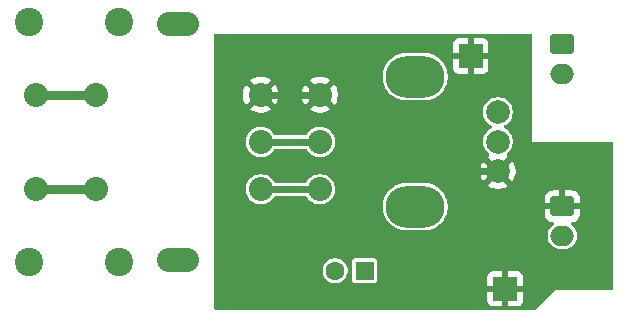
<source format=gbr>
%TF.GenerationSoftware,KiCad,Pcbnew,9.0.6*%
%TF.CreationDate,2026-01-11T11:57:00+09:00*%
%TF.ProjectId,Hi-Lo_converter,48692d4c-6f5f-4636-9f6e-766572746572,rev?*%
%TF.SameCoordinates,Original*%
%TF.FileFunction,Copper,L2,Bot*%
%TF.FilePolarity,Positive*%
%FSLAX46Y46*%
G04 Gerber Fmt 4.6, Leading zero omitted, Abs format (unit mm)*
G04 Created by KiCad (PCBNEW 9.0.6) date 2026-01-11 11:57:00*
%MOMM*%
%LPD*%
G01*
G04 APERTURE LIST*
G04 Aperture macros list*
%AMRoundRect*
0 Rectangle with rounded corners*
0 $1 Rounding radius*
0 $2 $3 $4 $5 $6 $7 $8 $9 X,Y pos of 4 corners*
0 Add a 4 corners polygon primitive as box body*
4,1,4,$2,$3,$4,$5,$6,$7,$8,$9,$2,$3,0*
0 Add four circle primitives for the rounded corners*
1,1,$1+$1,$2,$3*
1,1,$1+$1,$4,$5*
1,1,$1+$1,$6,$7*
1,1,$1+$1,$8,$9*
0 Add four rect primitives between the rounded corners*
20,1,$1+$1,$2,$3,$4,$5,0*
20,1,$1+$1,$4,$5,$6,$7,0*
20,1,$1+$1,$6,$7,$8,$9,0*
20,1,$1+$1,$8,$9,$2,$3,0*%
G04 Aperture macros list end*
%TA.AperFunction,ComponentPad*%
%ADD10R,2.000000X2.000000*%
%TD*%
%TA.AperFunction,ComponentPad*%
%ADD11O,3.556000X2.032000*%
%TD*%
%TA.AperFunction,ComponentPad*%
%ADD12C,2.032000*%
%TD*%
%TA.AperFunction,ComponentPad*%
%ADD13O,5.000000X3.500000*%
%TD*%
%TA.AperFunction,ComponentPad*%
%ADD14C,2.000000*%
%TD*%
%TA.AperFunction,ComponentPad*%
%ADD15C,2.400000*%
%TD*%
%TA.AperFunction,ComponentPad*%
%ADD16RoundRect,0.250000X-0.750000X0.600000X-0.750000X-0.600000X0.750000X-0.600000X0.750000X0.600000X0*%
%TD*%
%TA.AperFunction,ComponentPad*%
%ADD17O,2.000000X1.700000*%
%TD*%
%TA.AperFunction,ComponentPad*%
%ADD18R,1.600000X1.600000*%
%TD*%
%TA.AperFunction,ComponentPad*%
%ADD19C,1.600000*%
%TD*%
%TA.AperFunction,ViaPad*%
%ADD20C,0.800000*%
%TD*%
%TA.AperFunction,Conductor*%
%ADD21C,0.800000*%
%TD*%
%TA.AperFunction,Conductor*%
%ADD22C,0.600000*%
%TD*%
G04 APERTURE END LIST*
D10*
%TO.P,REF\u002A\u002A,1*%
%TO.N,Net-(J2-Pin_1)*%
X209296000Y-53086000D03*
%TD*%
D11*
%TO.P,TR1,*%
%TO.N,*%
X181610000Y-30673000D03*
X181610000Y-50673000D03*
D12*
%TO.P,TR1,1,AA*%
%TO.N,Net-(TR1-AA)*%
X169610000Y-44673000D03*
X174610000Y-44673000D03*
%TO.P,TR1,2,AB*%
%TO.N,Net-(J1-Pin_1)*%
X169610000Y-36673000D03*
X174610000Y-36673000D03*
%TO.P,TR1,3,SA*%
%TO.N,Net-(J2-Pin_1)*%
X188610000Y-36673000D03*
X193610000Y-36673000D03*
%TO.P,TR1,4,SC*%
%TO.N,Net-(TR1-SC)*%
X188610000Y-40673000D03*
X193610000Y-40673000D03*
%TO.P,TR1,5,SB*%
%TO.N,unconnected-(TR1-SB-Pad5)*%
X188610000Y-44673000D03*
X193610000Y-44673000D03*
%TD*%
D13*
%TO.P,RV1,*%
%TO.N,*%
X201676000Y-46140000D03*
X201676000Y-35140000D03*
D14*
%TO.P,RV1,1,1*%
%TO.N,Net-(J2-Pin_1)*%
X208676000Y-43140000D03*
%TO.P,RV1,2,2*%
%TO.N,Net-(C1-Pad2)*%
X208676000Y-40640000D03*
%TO.P,RV1,3,3*%
%TO.N,Net-(TR1-SC)*%
X208676000Y-38140000D03*
%TD*%
D15*
%TO.P,R2,1*%
%TO.N,Net-(J1-Pin_1)*%
X169000000Y-50800000D03*
%TO.P,R2,2*%
%TO.N,Net-(TR1-AA)*%
X176620000Y-50800000D03*
%TD*%
D16*
%TO.P,J2,1,Pin_1*%
%TO.N,Net-(J2-Pin_1)*%
X214139000Y-46121000D03*
D17*
%TO.P,J2,2,Pin_2*%
%TO.N,Net-(J2-Pin_2)*%
X214139000Y-48621000D03*
%TD*%
D10*
%TO.P,REF\u002A\u002A,1*%
%TO.N,Net-(J2-Pin_1)*%
X206375000Y-33401000D03*
%TD*%
D15*
%TO.P,R1,1*%
%TO.N,Net-(TR1-AA)*%
X169000000Y-30480000D03*
%TO.P,R1,2*%
%TO.N,Net-(J1-Pin_2)*%
X176620000Y-30480000D03*
%TD*%
D16*
%TO.P,J1,1,Pin_1*%
%TO.N,Net-(J1-Pin_1)*%
X214139000Y-32405000D03*
D17*
%TO.P,J1,2,Pin_2*%
%TO.N,Net-(J1-Pin_2)*%
X214139000Y-34905000D03*
%TD*%
D18*
%TO.P,C1,1*%
%TO.N,Net-(J2-Pin_2)*%
X197397380Y-51562000D03*
D19*
%TO.P,C1,2*%
%TO.N,Net-(C1-Pad2)*%
X194897380Y-51562000D03*
%TD*%
D20*
%TO.N,Net-(J2-Pin_1)*%
X185420000Y-48260000D03*
X215900000Y-43180000D03*
X195580000Y-33020000D03*
X185420000Y-33020000D03*
X185420000Y-53340000D03*
X195580000Y-53340000D03*
X185420000Y-43180000D03*
X190500000Y-53340000D03*
X215900000Y-48260000D03*
X210820000Y-38100000D03*
X205740000Y-53340000D03*
X200660000Y-53340000D03*
X210820000Y-33020000D03*
X210820000Y-43180000D03*
X185420000Y-38100000D03*
X190500000Y-33020000D03*
%TD*%
D21*
%TO.N,Net-(J1-Pin_1)*%
X169610000Y-36673000D02*
X174610000Y-36673000D01*
D22*
%TO.N,Net-(J2-Pin_1)*%
X188610000Y-36673000D02*
X193610000Y-36673000D01*
X200077000Y-43140000D02*
X193610000Y-36673000D01*
X208676000Y-43140000D02*
X200077000Y-43140000D01*
%TO.N,Net-(TR1-SC)*%
X188610000Y-40673000D02*
X193610000Y-40673000D01*
%TO.N,unconnected-(TR1-SB-Pad5)*%
X188610000Y-44673000D02*
X193610000Y-44673000D01*
D21*
%TO.N,Net-(TR1-AA)*%
X169610000Y-44673000D02*
X174610000Y-44673000D01*
%TD*%
%TA.AperFunction,Conductor*%
%TO.N,Net-(J2-Pin_1)*%
G36*
X211522743Y-31516478D02*
G01*
X211570343Y-31571411D01*
X211582000Y-31625000D01*
X211582000Y-40640000D01*
X218311000Y-40640000D01*
X218380743Y-40660478D01*
X218428343Y-40715411D01*
X218440000Y-40769000D01*
X218440000Y-53092000D01*
X218419522Y-53161743D01*
X218364589Y-53209343D01*
X218311000Y-53221000D01*
X213614000Y-53221000D01*
X212136843Y-54586000D01*
X211873072Y-54829743D01*
X211807952Y-54862035D01*
X211785523Y-54864000D01*
X210566000Y-54864000D01*
X184787000Y-54864000D01*
X184717257Y-54843522D01*
X184669657Y-54788589D01*
X184658000Y-54735000D01*
X184658000Y-51457547D01*
X193836880Y-51457547D01*
X193836880Y-51666452D01*
X193849284Y-51728812D01*
X193877635Y-51871336D01*
X193957577Y-52064335D01*
X194073636Y-52238029D01*
X194221351Y-52385744D01*
X194395045Y-52501803D01*
X194588044Y-52581745D01*
X194669998Y-52598047D01*
X194792927Y-52622500D01*
X194792930Y-52622500D01*
X195001833Y-52622500D01*
X195104273Y-52602122D01*
X195206716Y-52581745D01*
X195399715Y-52501803D01*
X195573409Y-52385744D01*
X195721124Y-52238029D01*
X195837183Y-52064335D01*
X195917125Y-51871336D01*
X195957880Y-51666450D01*
X195957880Y-51457550D01*
X195957880Y-51457547D01*
X195917125Y-51252666D01*
X195917125Y-51252664D01*
X195837183Y-51059665D01*
X195721124Y-50885971D01*
X195573409Y-50738256D01*
X195570550Y-50736346D01*
X195570546Y-50736343D01*
X196336880Y-50736343D01*
X196336880Y-52387656D01*
X196351993Y-52463639D01*
X196351994Y-52463640D01*
X196351994Y-52463641D01*
X196351995Y-52463642D01*
X196409570Y-52549810D01*
X196495738Y-52607385D01*
X196495739Y-52607385D01*
X196495740Y-52607386D01*
X196571723Y-52622500D01*
X196571726Y-52622500D01*
X198223037Y-52622500D01*
X198299019Y-52607386D01*
X198299019Y-52607385D01*
X198299022Y-52607385D01*
X198385190Y-52549810D01*
X198442765Y-52463642D01*
X198457880Y-52387654D01*
X198457880Y-52038174D01*
X207796000Y-52038174D01*
X207796000Y-52836000D01*
X208862988Y-52836000D01*
X208830075Y-52893007D01*
X208796000Y-53020174D01*
X208796000Y-53151826D01*
X208830075Y-53278993D01*
X208862988Y-53336000D01*
X207796000Y-53336000D01*
X207796000Y-54133825D01*
X207802402Y-54193377D01*
X207802404Y-54193383D01*
X207852646Y-54328086D01*
X207852648Y-54328090D01*
X207938810Y-54443187D01*
X207938812Y-54443189D01*
X208053909Y-54529351D01*
X208053913Y-54529353D01*
X208188616Y-54579595D01*
X208188622Y-54579597D01*
X208248174Y-54585999D01*
X208248175Y-54586000D01*
X209046000Y-54586000D01*
X209046000Y-53519012D01*
X209103007Y-53551925D01*
X209230174Y-53586000D01*
X209361826Y-53586000D01*
X209488993Y-53551925D01*
X209546000Y-53519012D01*
X209546000Y-54586000D01*
X210343825Y-54586000D01*
X210343825Y-54585999D01*
X210403377Y-54579597D01*
X210403383Y-54579595D01*
X210538086Y-54529353D01*
X210538090Y-54529351D01*
X210653187Y-54443189D01*
X210653189Y-54443187D01*
X210739351Y-54328090D01*
X210739353Y-54328086D01*
X210789595Y-54193383D01*
X210789597Y-54193377D01*
X210795999Y-54133825D01*
X210796000Y-54133824D01*
X210796000Y-53336000D01*
X209729012Y-53336000D01*
X209761925Y-53278993D01*
X209796000Y-53151826D01*
X209796000Y-53020174D01*
X209761925Y-52893007D01*
X209729012Y-52836000D01*
X210796000Y-52836000D01*
X210796000Y-52038175D01*
X210795999Y-52038174D01*
X210789597Y-51978622D01*
X210789595Y-51978616D01*
X210739353Y-51843913D01*
X210739351Y-51843909D01*
X210653189Y-51728812D01*
X210653187Y-51728810D01*
X210538090Y-51642648D01*
X210538086Y-51642646D01*
X210403383Y-51592404D01*
X210403377Y-51592402D01*
X210343825Y-51586000D01*
X209546000Y-51586000D01*
X209546000Y-52652988D01*
X209488993Y-52620075D01*
X209361826Y-52586000D01*
X209230174Y-52586000D01*
X209103007Y-52620075D01*
X209046000Y-52652988D01*
X209046000Y-51586000D01*
X208248174Y-51586000D01*
X208188622Y-51592402D01*
X208188616Y-51592404D01*
X208053913Y-51642646D01*
X208053909Y-51642648D01*
X207938812Y-51728810D01*
X207938810Y-51728812D01*
X207852648Y-51843909D01*
X207852646Y-51843913D01*
X207802404Y-51978616D01*
X207802402Y-51978622D01*
X207796000Y-52038174D01*
X198457880Y-52038174D01*
X198457880Y-50736346D01*
X198457880Y-50736343D01*
X198442766Y-50660360D01*
X198442765Y-50660359D01*
X198442765Y-50660358D01*
X198385190Y-50574190D01*
X198299022Y-50516615D01*
X198299021Y-50516614D01*
X198299020Y-50516614D01*
X198299019Y-50516613D01*
X198223037Y-50501500D01*
X198223034Y-50501500D01*
X196571726Y-50501500D01*
X196571723Y-50501500D01*
X196495740Y-50516613D01*
X196495739Y-50516614D01*
X196409570Y-50574190D01*
X196351994Y-50660359D01*
X196351993Y-50660360D01*
X196336880Y-50736343D01*
X195570546Y-50736343D01*
X195530132Y-50709339D01*
X195399715Y-50622197D01*
X195206716Y-50542255D01*
X195206714Y-50542254D01*
X195206713Y-50542254D01*
X195001833Y-50501500D01*
X195001830Y-50501500D01*
X194792930Y-50501500D01*
X194792927Y-50501500D01*
X194588046Y-50542254D01*
X194588044Y-50542255D01*
X194395045Y-50622197D01*
X194395044Y-50622198D01*
X194221351Y-50738255D01*
X194073635Y-50885971D01*
X193986493Y-51016388D01*
X193957577Y-51059665D01*
X193895745Y-51208941D01*
X193877634Y-51252666D01*
X193836880Y-51457547D01*
X184658000Y-51457547D01*
X184658000Y-46008219D01*
X198915500Y-46008219D01*
X198915500Y-46271780D01*
X198949898Y-46533058D01*
X198949902Y-46533080D01*
X199018113Y-46787646D01*
X199118969Y-47031133D01*
X199118970Y-47031134D01*
X199210312Y-47189343D01*
X199250743Y-47259371D01*
X199292138Y-47313317D01*
X199410419Y-47467464D01*
X199411183Y-47468459D01*
X199597541Y-47654817D01*
X199806629Y-47815257D01*
X199806638Y-47815262D01*
X200034865Y-47947029D01*
X200034866Y-47947030D01*
X200278354Y-48047886D01*
X200278352Y-48047886D01*
X200278358Y-48047887D01*
X200278359Y-48047888D01*
X200532929Y-48116100D01*
X200643542Y-48130662D01*
X200794219Y-48150500D01*
X200794225Y-48150500D01*
X202557780Y-48150500D01*
X202683343Y-48133968D01*
X202819071Y-48116100D01*
X203073641Y-48047888D01*
X203317129Y-47947032D01*
X203317131Y-47947030D01*
X203317133Y-47947030D01*
X203317134Y-47947029D01*
X203402817Y-47897560D01*
X203545371Y-47815257D01*
X203754459Y-47654817D01*
X203940817Y-47468459D01*
X204101257Y-47259371D01*
X204233032Y-47031129D01*
X204333888Y-46787641D01*
X204402100Y-46533071D01*
X204423437Y-46371000D01*
X204432689Y-46300728D01*
X204436500Y-46271780D01*
X204436500Y-46008219D01*
X204410929Y-45813993D01*
X204402100Y-45746929D01*
X204333888Y-45492359D01*
X204325048Y-45471018D01*
X212639000Y-45471018D01*
X212639000Y-45871000D01*
X213705988Y-45871000D01*
X213673075Y-45928007D01*
X213639000Y-46055174D01*
X213639000Y-46186826D01*
X213673075Y-46313993D01*
X213705988Y-46371000D01*
X212639001Y-46371000D01*
X212639001Y-46770980D01*
X212649494Y-46873694D01*
X212649495Y-46873703D01*
X212704640Y-47040117D01*
X212704642Y-47040120D01*
X212796682Y-47189343D01*
X212920656Y-47313317D01*
X213069879Y-47405357D01*
X213069882Y-47405359D01*
X213236302Y-47460505D01*
X213236299Y-47460505D01*
X213304417Y-47467464D01*
X213371717Y-47494924D01*
X213413488Y-47554410D01*
X213416467Y-47627036D01*
X213379709Y-47689744D01*
X213367132Y-47700159D01*
X213265557Y-47773958D01*
X213141955Y-47897560D01*
X213039215Y-48038970D01*
X212959858Y-48194717D01*
X212959857Y-48194719D01*
X212905845Y-48360950D01*
X212905844Y-48360951D01*
X212878500Y-48533598D01*
X212878500Y-48708401D01*
X212905844Y-48881048D01*
X212905845Y-48881049D01*
X212959857Y-49047280D01*
X212959858Y-49047282D01*
X213039215Y-49203029D01*
X213141955Y-49344439D01*
X213265560Y-49468044D01*
X213406970Y-49570784D01*
X213406969Y-49570784D01*
X213406971Y-49570785D01*
X213562716Y-49650141D01*
X213562718Y-49650141D01*
X213562719Y-49650142D01*
X213728950Y-49704154D01*
X213728951Y-49704155D01*
X213728956Y-49704155D01*
X213728957Y-49704156D01*
X213901602Y-49731500D01*
X213901604Y-49731500D01*
X214376396Y-49731500D01*
X214376398Y-49731500D01*
X214549043Y-49704156D01*
X214549044Y-49704155D01*
X214549048Y-49704155D01*
X214549049Y-49704154D01*
X214715284Y-49650141D01*
X214871029Y-49570785D01*
X215012442Y-49468042D01*
X215136042Y-49344442D01*
X215238785Y-49203029D01*
X215318141Y-49047284D01*
X215372154Y-48881048D01*
X215372155Y-48881048D01*
X215372156Y-48881043D01*
X215399500Y-48708398D01*
X215399500Y-48533602D01*
X215372156Y-48360957D01*
X215372155Y-48360956D01*
X215372155Y-48360951D01*
X215372154Y-48360950D01*
X215318142Y-48194719D01*
X215318141Y-48194717D01*
X215318141Y-48194716D01*
X215238785Y-48038971D01*
X215171985Y-47947029D01*
X215136044Y-47897560D01*
X215012439Y-47773955D01*
X214910867Y-47700159D01*
X214866481Y-47642598D01*
X214860260Y-47570178D01*
X214894181Y-47505891D01*
X214957473Y-47470148D01*
X214973581Y-47467464D01*
X215041695Y-47460505D01*
X215041703Y-47460504D01*
X215208117Y-47405359D01*
X215208120Y-47405357D01*
X215357343Y-47313317D01*
X215481317Y-47189343D01*
X215573357Y-47040120D01*
X215573359Y-47040117D01*
X215628505Y-46873698D01*
X215639000Y-46770981D01*
X215639000Y-46371000D01*
X214572012Y-46371000D01*
X214604925Y-46313993D01*
X214639000Y-46186826D01*
X214639000Y-46055174D01*
X214604925Y-45928007D01*
X214572012Y-45871000D01*
X215638999Y-45871000D01*
X215638999Y-45471019D01*
X215628505Y-45368305D01*
X215628504Y-45368296D01*
X215573359Y-45201882D01*
X215573357Y-45201879D01*
X215481317Y-45052656D01*
X215357343Y-44928682D01*
X215208120Y-44836642D01*
X215208117Y-44836640D01*
X215041697Y-44781494D01*
X215041700Y-44781494D01*
X214938981Y-44771000D01*
X214389000Y-44771000D01*
X214389000Y-45687988D01*
X214331993Y-45655075D01*
X214204826Y-45621000D01*
X214073174Y-45621000D01*
X213946007Y-45655075D01*
X213889000Y-45687988D01*
X213889000Y-44771000D01*
X213339019Y-44771000D01*
X213236305Y-44781494D01*
X213236296Y-44781495D01*
X213069882Y-44836640D01*
X213069879Y-44836642D01*
X212920656Y-44928682D01*
X212796682Y-45052656D01*
X212704642Y-45201879D01*
X212704640Y-45201882D01*
X212649494Y-45368301D01*
X212639000Y-45471018D01*
X204325048Y-45471018D01*
X204233032Y-45248871D01*
X204233030Y-45248866D01*
X204233029Y-45248865D01*
X204101262Y-45020638D01*
X204101257Y-45020629D01*
X203940817Y-44811541D01*
X203754459Y-44625183D01*
X203754457Y-44625181D01*
X203675526Y-44564615D01*
X203545371Y-44464743D01*
X203545361Y-44464737D01*
X203476900Y-44425211D01*
X203317134Y-44332970D01*
X203317133Y-44332969D01*
X203073645Y-44232113D01*
X203073647Y-44232113D01*
X202819080Y-44163902D01*
X202819075Y-44163901D01*
X202819071Y-44163900D01*
X202819063Y-44163899D01*
X202819058Y-44163898D01*
X202557781Y-44129500D01*
X202557775Y-44129500D01*
X200794225Y-44129500D01*
X200794219Y-44129500D01*
X200532941Y-44163898D01*
X200532932Y-44163899D01*
X200532929Y-44163900D01*
X200532926Y-44163900D01*
X200532919Y-44163902D01*
X200278353Y-44232113D01*
X200034866Y-44332969D01*
X200034865Y-44332970D01*
X199806638Y-44464737D01*
X199806629Y-44464743D01*
X199597542Y-44625181D01*
X199411181Y-44811542D01*
X199250743Y-45020629D01*
X199250737Y-45020638D01*
X199118970Y-45248865D01*
X199118969Y-45248866D01*
X199018113Y-45492353D01*
X198949902Y-45746919D01*
X198949898Y-45746941D01*
X198915500Y-46008219D01*
X184658000Y-46008219D01*
X184658000Y-44572533D01*
X187333500Y-44572533D01*
X187333500Y-44773466D01*
X187364932Y-44971919D01*
X187364933Y-44971920D01*
X187427020Y-45163004D01*
X187427021Y-45163006D01*
X187518239Y-45342032D01*
X187636337Y-45504581D01*
X187778418Y-45646662D01*
X187789998Y-45655075D01*
X187916424Y-45746929D01*
X187940967Y-45764760D01*
X187940966Y-45764760D01*
X187940968Y-45764761D01*
X188119994Y-45855979D01*
X188197974Y-45881316D01*
X188311079Y-45918066D01*
X188311080Y-45918067D01*
X188311085Y-45918067D01*
X188311086Y-45918068D01*
X188509537Y-45949500D01*
X188509539Y-45949500D01*
X188710461Y-45949500D01*
X188710463Y-45949500D01*
X188908914Y-45918068D01*
X188908915Y-45918067D01*
X188908919Y-45918067D01*
X188908920Y-45918066D01*
X189100006Y-45855979D01*
X189279032Y-45764761D01*
X189441584Y-45646660D01*
X189583660Y-45504584D01*
X189701761Y-45342032D01*
X189721172Y-45303936D01*
X189771080Y-45251092D01*
X189836112Y-45233500D01*
X192383888Y-45233500D01*
X192453631Y-45253978D01*
X192498828Y-45303936D01*
X192518236Y-45342028D01*
X192518239Y-45342032D01*
X192636337Y-45504581D01*
X192778418Y-45646662D01*
X192789998Y-45655075D01*
X192916424Y-45746929D01*
X192940967Y-45764760D01*
X192940966Y-45764760D01*
X192940968Y-45764761D01*
X193119994Y-45855979D01*
X193197974Y-45881316D01*
X193311079Y-45918066D01*
X193311080Y-45918067D01*
X193311085Y-45918067D01*
X193311086Y-45918068D01*
X193509537Y-45949500D01*
X193509539Y-45949500D01*
X193710461Y-45949500D01*
X193710463Y-45949500D01*
X193908914Y-45918068D01*
X193908915Y-45918067D01*
X193908919Y-45918067D01*
X193908920Y-45918066D01*
X194022027Y-45881316D01*
X194047393Y-45873073D01*
X194100006Y-45855979D01*
X194279032Y-45764761D01*
X194441584Y-45646660D01*
X194583660Y-45504584D01*
X194701761Y-45342032D01*
X194792979Y-45163006D01*
X194855066Y-44971919D01*
X194855067Y-44971919D01*
X194876493Y-44836642D01*
X194886500Y-44773463D01*
X194886500Y-44572537D01*
X194855068Y-44374086D01*
X194855067Y-44374085D01*
X194855067Y-44374080D01*
X194855066Y-44374079D01*
X194826638Y-44286587D01*
X194792979Y-44182994D01*
X194701761Y-44003968D01*
X194645238Y-43926171D01*
X194583662Y-43841418D01*
X194441581Y-43699337D01*
X194279032Y-43581239D01*
X194279033Y-43581239D01*
X194100006Y-43490021D01*
X194100004Y-43490020D01*
X193908920Y-43427933D01*
X193908919Y-43427932D01*
X193710466Y-43396500D01*
X193710463Y-43396500D01*
X193509537Y-43396500D01*
X193509533Y-43396500D01*
X193311080Y-43427932D01*
X193311079Y-43427933D01*
X193119995Y-43490020D01*
X193119993Y-43490021D01*
X192940967Y-43581239D01*
X192778418Y-43699337D01*
X192636337Y-43841418D01*
X192518239Y-44003967D01*
X192518236Y-44003971D01*
X192498828Y-44042064D01*
X192448920Y-44094908D01*
X192383888Y-44112500D01*
X189836112Y-44112500D01*
X189766369Y-44092022D01*
X189721172Y-44042064D01*
X189701763Y-44003971D01*
X189701760Y-44003967D01*
X189583662Y-43841418D01*
X189441581Y-43699337D01*
X189279032Y-43581239D01*
X189279033Y-43581239D01*
X189100006Y-43490021D01*
X189100004Y-43490020D01*
X188908920Y-43427933D01*
X188908919Y-43427932D01*
X188710466Y-43396500D01*
X188710463Y-43396500D01*
X188509537Y-43396500D01*
X188509533Y-43396500D01*
X188311080Y-43427932D01*
X188311079Y-43427933D01*
X188119995Y-43490020D01*
X188119993Y-43490021D01*
X187940967Y-43581239D01*
X187778418Y-43699337D01*
X187636337Y-43841418D01*
X187518239Y-44003967D01*
X187427021Y-44182993D01*
X187427020Y-44182995D01*
X187364933Y-44374079D01*
X187364932Y-44374080D01*
X187333500Y-44572533D01*
X184658000Y-44572533D01*
X184658000Y-43021943D01*
X207176000Y-43021943D01*
X207176000Y-43258056D01*
X207212935Y-43491251D01*
X207285894Y-43715796D01*
X207285895Y-43715798D01*
X207393087Y-43926175D01*
X207453339Y-44009105D01*
X208193037Y-43269407D01*
X208210075Y-43332993D01*
X208275901Y-43447007D01*
X208368993Y-43540099D01*
X208483007Y-43605925D01*
X208546590Y-43622962D01*
X207806893Y-44362659D01*
X207889822Y-44422911D01*
X207889831Y-44422916D01*
X208100201Y-44530104D01*
X208100203Y-44530105D01*
X208324748Y-44603064D01*
X208557943Y-44639999D01*
X208557949Y-44640000D01*
X208794051Y-44640000D01*
X208794056Y-44639999D01*
X209027251Y-44603064D01*
X209251796Y-44530105D01*
X209251798Y-44530104D01*
X209462171Y-44422914D01*
X209545105Y-44362659D01*
X208805409Y-43622962D01*
X208868993Y-43605925D01*
X208983007Y-43540099D01*
X209076099Y-43447007D01*
X209141925Y-43332993D01*
X209158962Y-43269409D01*
X209898659Y-44009105D01*
X209958914Y-43926171D01*
X210066104Y-43715798D01*
X210066105Y-43715796D01*
X210139064Y-43491251D01*
X210175999Y-43258056D01*
X210176000Y-43258050D01*
X210176000Y-43021949D01*
X210175999Y-43021943D01*
X210139064Y-42788748D01*
X210066105Y-42564203D01*
X210066104Y-42564201D01*
X209958916Y-42353831D01*
X209958911Y-42353822D01*
X209898659Y-42270893D01*
X209158962Y-43010590D01*
X209141925Y-42947007D01*
X209076099Y-42832993D01*
X208983007Y-42739901D01*
X208868993Y-42674075D01*
X208805407Y-42657037D01*
X209545105Y-41917339D01*
X209545106Y-41917339D01*
X209462177Y-41857088D01*
X209457848Y-41854436D01*
X209458627Y-41853163D01*
X209410649Y-41807848D01*
X209393177Y-41737292D01*
X209416625Y-41668490D01*
X209446231Y-41638458D01*
X209497161Y-41601456D01*
X209637456Y-41461161D01*
X209754077Y-41300646D01*
X209844151Y-41123864D01*
X209905463Y-40935168D01*
X209936500Y-40739204D01*
X209936500Y-40540796D01*
X209905463Y-40344832D01*
X209844151Y-40156136D01*
X209754077Y-39979354D01*
X209653861Y-39841418D01*
X209637458Y-39818841D01*
X209497158Y-39678541D01*
X209336652Y-39561927D01*
X209336646Y-39561923D01*
X209224809Y-39504940D01*
X209171965Y-39455031D01*
X209154492Y-39384476D01*
X209177939Y-39315674D01*
X209224809Y-39275060D01*
X209336646Y-39218077D01*
X209497161Y-39101456D01*
X209637456Y-38961161D01*
X209754077Y-38800646D01*
X209844151Y-38623864D01*
X209905463Y-38435168D01*
X209936500Y-38239204D01*
X209936500Y-38040796D01*
X209905463Y-37844832D01*
X209844151Y-37656136D01*
X209754077Y-37479354D01*
X209745504Y-37467554D01*
X209637458Y-37318841D01*
X209497158Y-37178541D01*
X209336652Y-37061927D01*
X209336646Y-37061923D01*
X209159862Y-36971848D01*
X209159860Y-36971847D01*
X208971168Y-36910537D01*
X208775208Y-36879500D01*
X208775204Y-36879500D01*
X208576796Y-36879500D01*
X208576791Y-36879500D01*
X208380831Y-36910537D01*
X208192139Y-36971847D01*
X208192137Y-36971848D01*
X208015353Y-37061923D01*
X208015347Y-37061927D01*
X207854841Y-37178541D01*
X207714541Y-37318841D01*
X207597927Y-37479347D01*
X207597923Y-37479353D01*
X207507848Y-37656137D01*
X207507847Y-37656139D01*
X207446537Y-37844831D01*
X207415500Y-38040791D01*
X207415500Y-38239208D01*
X207446537Y-38435168D01*
X207507847Y-38623860D01*
X207507848Y-38623862D01*
X207597923Y-38800646D01*
X207597927Y-38800652D01*
X207714541Y-38961158D01*
X207854841Y-39101458D01*
X208015347Y-39218072D01*
X208015354Y-39218077D01*
X208101453Y-39261946D01*
X208127190Y-39275060D01*
X208180034Y-39324969D01*
X208197507Y-39395525D01*
X208174060Y-39464326D01*
X208127190Y-39504940D01*
X208015354Y-39561923D01*
X208015347Y-39561927D01*
X207854841Y-39678541D01*
X207714541Y-39818841D01*
X207597927Y-39979347D01*
X207597923Y-39979353D01*
X207507848Y-40156137D01*
X207507847Y-40156139D01*
X207446537Y-40344831D01*
X207415500Y-40540791D01*
X207415500Y-40739208D01*
X207446537Y-40935168D01*
X207507847Y-41123860D01*
X207507848Y-41123862D01*
X207597923Y-41300646D01*
X207597927Y-41300652D01*
X207714541Y-41461158D01*
X207854838Y-41601455D01*
X207905765Y-41638456D01*
X207950151Y-41696017D01*
X207956371Y-41768438D01*
X207922450Y-41832724D01*
X207893797Y-41853858D01*
X207894152Y-41854436D01*
X207889824Y-41857087D01*
X207806892Y-41917339D01*
X208546591Y-42657037D01*
X208483007Y-42674075D01*
X208368993Y-42739901D01*
X208275901Y-42832993D01*
X208210075Y-42947007D01*
X208193037Y-43010591D01*
X207453339Y-42270892D01*
X207393087Y-42353825D01*
X207285895Y-42564201D01*
X207285894Y-42564203D01*
X207212935Y-42788748D01*
X207176000Y-43021943D01*
X184658000Y-43021943D01*
X184658000Y-40572533D01*
X187333500Y-40572533D01*
X187333500Y-40773466D01*
X187364932Y-40971919D01*
X187364933Y-40971920D01*
X187427020Y-41163004D01*
X187427021Y-41163006D01*
X187518239Y-41342032D01*
X187636337Y-41504581D01*
X187778418Y-41646662D01*
X187940967Y-41764760D01*
X187940966Y-41764760D01*
X187940968Y-41764761D01*
X188119994Y-41855979D01*
X188161494Y-41869463D01*
X188311079Y-41918066D01*
X188311080Y-41918067D01*
X188311085Y-41918067D01*
X188311086Y-41918068D01*
X188509537Y-41949500D01*
X188509539Y-41949500D01*
X188710461Y-41949500D01*
X188710463Y-41949500D01*
X188908914Y-41918068D01*
X188908915Y-41918067D01*
X188908919Y-41918067D01*
X188908920Y-41918066D01*
X189100006Y-41855979D01*
X189279032Y-41764761D01*
X189441584Y-41646660D01*
X189583660Y-41504584D01*
X189701761Y-41342032D01*
X189721172Y-41303936D01*
X189771080Y-41251092D01*
X189836112Y-41233500D01*
X192383888Y-41233500D01*
X192453631Y-41253978D01*
X192498828Y-41303936D01*
X192518236Y-41342028D01*
X192518239Y-41342032D01*
X192636337Y-41504581D01*
X192778418Y-41646662D01*
X192940967Y-41764760D01*
X192940966Y-41764760D01*
X192940968Y-41764761D01*
X193119994Y-41855979D01*
X193161494Y-41869463D01*
X193311079Y-41918066D01*
X193311080Y-41918067D01*
X193311085Y-41918067D01*
X193311086Y-41918068D01*
X193509537Y-41949500D01*
X193509539Y-41949500D01*
X193710461Y-41949500D01*
X193710463Y-41949500D01*
X193908914Y-41918068D01*
X193908915Y-41918067D01*
X193908919Y-41918067D01*
X193908920Y-41918066D01*
X194100006Y-41855979D01*
X194279032Y-41764761D01*
X194441584Y-41646660D01*
X194583660Y-41504584D01*
X194701761Y-41342032D01*
X194792979Y-41163006D01*
X194855066Y-40971919D01*
X194855067Y-40971919D01*
X194860888Y-40935168D01*
X194886500Y-40773463D01*
X194886500Y-40572537D01*
X194855068Y-40374086D01*
X194855067Y-40374085D01*
X194855067Y-40374080D01*
X194855066Y-40374079D01*
X194792979Y-40182995D01*
X194792978Y-40182993D01*
X194779296Y-40156139D01*
X194701761Y-40003968D01*
X194662394Y-39949784D01*
X194583662Y-39841418D01*
X194441581Y-39699337D01*
X194279032Y-39581239D01*
X194279033Y-39581239D01*
X194100006Y-39490021D01*
X194100004Y-39490020D01*
X193908920Y-39427933D01*
X193908919Y-39427932D01*
X193710466Y-39396500D01*
X193710463Y-39396500D01*
X193509537Y-39396500D01*
X193509533Y-39396500D01*
X193311080Y-39427932D01*
X193311079Y-39427933D01*
X193119995Y-39490020D01*
X193119993Y-39490021D01*
X192940967Y-39581239D01*
X192778418Y-39699337D01*
X192636337Y-39841418D01*
X192518239Y-40003967D01*
X192518236Y-40003971D01*
X192498828Y-40042064D01*
X192448920Y-40094908D01*
X192383888Y-40112500D01*
X189836112Y-40112500D01*
X189766369Y-40092022D01*
X189721172Y-40042064D01*
X189701763Y-40003971D01*
X189701760Y-40003967D01*
X189583662Y-39841418D01*
X189441581Y-39699337D01*
X189279032Y-39581239D01*
X189279033Y-39581239D01*
X189100006Y-39490021D01*
X189100004Y-39490020D01*
X188908920Y-39427933D01*
X188908919Y-39427932D01*
X188710466Y-39396500D01*
X188710463Y-39396500D01*
X188509537Y-39396500D01*
X188509533Y-39396500D01*
X188311080Y-39427932D01*
X188311079Y-39427933D01*
X188119995Y-39490020D01*
X188119993Y-39490021D01*
X187940967Y-39581239D01*
X187778418Y-39699337D01*
X187636337Y-39841418D01*
X187518239Y-40003967D01*
X187427021Y-40182993D01*
X187427020Y-40182995D01*
X187364933Y-40374079D01*
X187364932Y-40374080D01*
X187333500Y-40572533D01*
X184658000Y-40572533D01*
X184658000Y-36553684D01*
X187094000Y-36553684D01*
X187094000Y-36792315D01*
X187131329Y-37028003D01*
X187131330Y-37028004D01*
X187205066Y-37254940D01*
X187205066Y-37254941D01*
X187313402Y-37467562D01*
X187375884Y-37553560D01*
X188210000Y-36719444D01*
X188210000Y-36725661D01*
X188237259Y-36827394D01*
X188289920Y-36918606D01*
X188364394Y-36993080D01*
X188455606Y-37045741D01*
X188557339Y-37073000D01*
X188563553Y-37073000D01*
X187729438Y-37907114D01*
X187815442Y-37969599D01*
X187815441Y-37969599D01*
X188028058Y-38077933D01*
X188254995Y-38151669D01*
X188254996Y-38151670D01*
X188490684Y-38188999D01*
X188490690Y-38189000D01*
X188729310Y-38189000D01*
X188729315Y-38188999D01*
X188965003Y-38151670D01*
X188965004Y-38151669D01*
X189191940Y-38077933D01*
X189191941Y-38077933D01*
X189404554Y-37969601D01*
X189490560Y-37907114D01*
X188656447Y-37073000D01*
X188662661Y-37073000D01*
X188764394Y-37045741D01*
X188855606Y-36993080D01*
X188930080Y-36918606D01*
X188982741Y-36827394D01*
X189010000Y-36725661D01*
X189010000Y-36719446D01*
X189844114Y-37553560D01*
X189906601Y-37467554D01*
X190014933Y-37254941D01*
X190014933Y-37254940D01*
X190088669Y-37028004D01*
X190088670Y-37028003D01*
X190125999Y-36792315D01*
X190126000Y-36792309D01*
X190126000Y-36553690D01*
X190125999Y-36553684D01*
X192094000Y-36553684D01*
X192094000Y-36792315D01*
X192131329Y-37028003D01*
X192131330Y-37028004D01*
X192205066Y-37254940D01*
X192205066Y-37254941D01*
X192313402Y-37467562D01*
X192375884Y-37553560D01*
X193229000Y-36700444D01*
X193229000Y-36723160D01*
X193254964Y-36820061D01*
X193305124Y-36906940D01*
X193376060Y-36977876D01*
X193462939Y-37028036D01*
X193559840Y-37054000D01*
X193582553Y-37054000D01*
X192729438Y-37907114D01*
X192815442Y-37969599D01*
X192815441Y-37969599D01*
X193028058Y-38077933D01*
X193254995Y-38151669D01*
X193254996Y-38151670D01*
X193490684Y-38188999D01*
X193490690Y-38189000D01*
X193729310Y-38189000D01*
X193729315Y-38188999D01*
X193965003Y-38151670D01*
X193965004Y-38151669D01*
X194191940Y-38077933D01*
X194191941Y-38077933D01*
X194404557Y-37969599D01*
X194457178Y-37931368D01*
X194457182Y-37931365D01*
X194490560Y-37907114D01*
X193637447Y-37054000D01*
X193660160Y-37054000D01*
X193757061Y-37028036D01*
X193843940Y-36977876D01*
X193914876Y-36906940D01*
X193965036Y-36820061D01*
X193991000Y-36723160D01*
X193991000Y-36700446D01*
X194844114Y-37553560D01*
X194906601Y-37467554D01*
X195014933Y-37254941D01*
X195014933Y-37254940D01*
X195088669Y-37028004D01*
X195088670Y-37028003D01*
X195125999Y-36792315D01*
X195126000Y-36792309D01*
X195126000Y-36553690D01*
X195125999Y-36553684D01*
X195088670Y-36317996D01*
X195088669Y-36317995D01*
X195014933Y-36091059D01*
X195014933Y-36091058D01*
X194906599Y-35878442D01*
X194844114Y-35792438D01*
X193991000Y-36645552D01*
X193991000Y-36622840D01*
X193965036Y-36525939D01*
X193914876Y-36439060D01*
X193843940Y-36368124D01*
X193757061Y-36317964D01*
X193660160Y-36292000D01*
X193637445Y-36292000D01*
X194490560Y-35438884D01*
X194490561Y-35438884D01*
X194404562Y-35376402D01*
X194191941Y-35268066D01*
X193965004Y-35194330D01*
X193965003Y-35194329D01*
X193729315Y-35157000D01*
X193490684Y-35157000D01*
X193254996Y-35194329D01*
X193254995Y-35194330D01*
X193028059Y-35268066D01*
X193028058Y-35268066D01*
X192815445Y-35376398D01*
X192815438Y-35376402D01*
X192729437Y-35438884D01*
X193582555Y-36292000D01*
X193559840Y-36292000D01*
X193462939Y-36317964D01*
X193376060Y-36368124D01*
X193305124Y-36439060D01*
X193254964Y-36525939D01*
X193229000Y-36622840D01*
X193229000Y-36645554D01*
X192375884Y-35792437D01*
X192313402Y-35878438D01*
X192313398Y-35878445D01*
X192205066Y-36091058D01*
X192205066Y-36091059D01*
X192131330Y-36317995D01*
X192131329Y-36317996D01*
X192094000Y-36553684D01*
X190125999Y-36553684D01*
X190088670Y-36317996D01*
X190088669Y-36317995D01*
X190014933Y-36091059D01*
X190014933Y-36091058D01*
X189906599Y-35878442D01*
X189844114Y-35792438D01*
X189010000Y-36626552D01*
X189010000Y-36620339D01*
X188982741Y-36518606D01*
X188930080Y-36427394D01*
X188855606Y-36352920D01*
X188764394Y-36300259D01*
X188662661Y-36273000D01*
X188656445Y-36273000D01*
X189490560Y-35438884D01*
X189490561Y-35438884D01*
X189404562Y-35376402D01*
X189191941Y-35268066D01*
X188965004Y-35194330D01*
X188965003Y-35194329D01*
X188729315Y-35157000D01*
X188490684Y-35157000D01*
X188254996Y-35194329D01*
X188254995Y-35194330D01*
X188028059Y-35268066D01*
X188028058Y-35268066D01*
X187815445Y-35376398D01*
X187815438Y-35376402D01*
X187729437Y-35438884D01*
X188563555Y-36273000D01*
X188557339Y-36273000D01*
X188455606Y-36300259D01*
X188364394Y-36352920D01*
X188289920Y-36427394D01*
X188237259Y-36518606D01*
X188210000Y-36620339D01*
X188210000Y-36626554D01*
X187375884Y-35792437D01*
X187313402Y-35878438D01*
X187313398Y-35878445D01*
X187205066Y-36091058D01*
X187205066Y-36091059D01*
X187131330Y-36317995D01*
X187131329Y-36317996D01*
X187094000Y-36553684D01*
X184658000Y-36553684D01*
X184658000Y-35008219D01*
X198915500Y-35008219D01*
X198915500Y-35271780D01*
X198949898Y-35533058D01*
X198949902Y-35533080D01*
X199018113Y-35787646D01*
X199118969Y-36031133D01*
X199118970Y-36031134D01*
X199153568Y-36091059D01*
X199250743Y-36259371D01*
X199411183Y-36468459D01*
X199597541Y-36654817D01*
X199806629Y-36815257D01*
X199806638Y-36815262D01*
X200034865Y-36947029D01*
X200034866Y-36947030D01*
X200278354Y-37047886D01*
X200278352Y-37047886D01*
X200278358Y-37047887D01*
X200278359Y-37047888D01*
X200532929Y-37116100D01*
X200643542Y-37130662D01*
X200794219Y-37150500D01*
X200794225Y-37150500D01*
X202557780Y-37150500D01*
X202683343Y-37133968D01*
X202819071Y-37116100D01*
X203073641Y-37047888D01*
X203317129Y-36947032D01*
X203317131Y-36947030D01*
X203317133Y-36947030D01*
X203317134Y-36947029D01*
X203380340Y-36910537D01*
X203545371Y-36815257D01*
X203754459Y-36654817D01*
X203940817Y-36468459D01*
X204101257Y-36259371D01*
X204233032Y-36031129D01*
X204333888Y-35787641D01*
X204402100Y-35533071D01*
X204428666Y-35331284D01*
X204436500Y-35271780D01*
X204436500Y-35008219D01*
X204403582Y-34758187D01*
X204402100Y-34746929D01*
X204333888Y-34492359D01*
X204315855Y-34448824D01*
X204233030Y-34248866D01*
X204233029Y-34248865D01*
X204101262Y-34020638D01*
X204101257Y-34020629D01*
X203940817Y-33811541D01*
X203754459Y-33625183D01*
X203754457Y-33625181D01*
X203602999Y-33508963D01*
X203545371Y-33464743D01*
X203533108Y-33457663D01*
X203317134Y-33332970D01*
X203317133Y-33332969D01*
X203073645Y-33232113D01*
X203073647Y-33232113D01*
X202819080Y-33163902D01*
X202819075Y-33163901D01*
X202819071Y-33163900D01*
X202819063Y-33163899D01*
X202819058Y-33163898D01*
X202557781Y-33129500D01*
X202557775Y-33129500D01*
X200794225Y-33129500D01*
X200794219Y-33129500D01*
X200532941Y-33163898D01*
X200532932Y-33163899D01*
X200532929Y-33163900D01*
X200532926Y-33163900D01*
X200532919Y-33163902D01*
X200278353Y-33232113D01*
X200034866Y-33332969D01*
X200034865Y-33332970D01*
X199806638Y-33464737D01*
X199806629Y-33464743D01*
X199597542Y-33625181D01*
X199411181Y-33811542D01*
X199250743Y-34020629D01*
X199250737Y-34020638D01*
X199118970Y-34248865D01*
X199118969Y-34248866D01*
X199018113Y-34492353D01*
X198949902Y-34746919D01*
X198949898Y-34746941D01*
X198915500Y-35008219D01*
X184658000Y-35008219D01*
X184658000Y-32353174D01*
X204875000Y-32353174D01*
X204875000Y-33151000D01*
X205941988Y-33151000D01*
X205909075Y-33208007D01*
X205875000Y-33335174D01*
X205875000Y-33466826D01*
X205909075Y-33593993D01*
X205941988Y-33651000D01*
X204875000Y-33651000D01*
X204875000Y-34448825D01*
X204881402Y-34508377D01*
X204881404Y-34508383D01*
X204931646Y-34643086D01*
X204931648Y-34643090D01*
X205017810Y-34758187D01*
X205017812Y-34758189D01*
X205132909Y-34844351D01*
X205132913Y-34844353D01*
X205267616Y-34894595D01*
X205267622Y-34894597D01*
X205327174Y-34900999D01*
X205327175Y-34901000D01*
X206125000Y-34901000D01*
X206125000Y-33834012D01*
X206182007Y-33866925D01*
X206309174Y-33901000D01*
X206440826Y-33901000D01*
X206567993Y-33866925D01*
X206625000Y-33834012D01*
X206625000Y-34901000D01*
X207422825Y-34901000D01*
X207422825Y-34900999D01*
X207482377Y-34894597D01*
X207482383Y-34894595D01*
X207617086Y-34844353D01*
X207617090Y-34844351D01*
X207732187Y-34758189D01*
X207732189Y-34758187D01*
X207818351Y-34643090D01*
X207818353Y-34643086D01*
X207868595Y-34508383D01*
X207868597Y-34508377D01*
X207874999Y-34448825D01*
X207875000Y-34448824D01*
X207875000Y-33651000D01*
X206808012Y-33651000D01*
X206840925Y-33593993D01*
X206875000Y-33466826D01*
X206875000Y-33335174D01*
X206840925Y-33208007D01*
X206808012Y-33151000D01*
X207875000Y-33151000D01*
X207875000Y-32353175D01*
X207874999Y-32353174D01*
X207868597Y-32293622D01*
X207868595Y-32293616D01*
X207818353Y-32158913D01*
X207818351Y-32158909D01*
X207732189Y-32043812D01*
X207732187Y-32043810D01*
X207617090Y-31957648D01*
X207617086Y-31957646D01*
X207482383Y-31907404D01*
X207482377Y-31907402D01*
X207422825Y-31901000D01*
X206625000Y-31901000D01*
X206625000Y-32967988D01*
X206567993Y-32935075D01*
X206440826Y-32901000D01*
X206309174Y-32901000D01*
X206182007Y-32935075D01*
X206125000Y-32967988D01*
X206125000Y-31901000D01*
X205327174Y-31901000D01*
X205267622Y-31907402D01*
X205267616Y-31907404D01*
X205132913Y-31957646D01*
X205132909Y-31957648D01*
X205017812Y-32043810D01*
X205017810Y-32043812D01*
X204931648Y-32158909D01*
X204931646Y-32158913D01*
X204881404Y-32293616D01*
X204881402Y-32293622D01*
X204875000Y-32353174D01*
X184658000Y-32353174D01*
X184658000Y-31625000D01*
X184678478Y-31555257D01*
X184733411Y-31507657D01*
X184787000Y-31496000D01*
X211453000Y-31496000D01*
X211522743Y-31516478D01*
G37*
%TD.AperFunction*%
%TD*%
M02*

</source>
